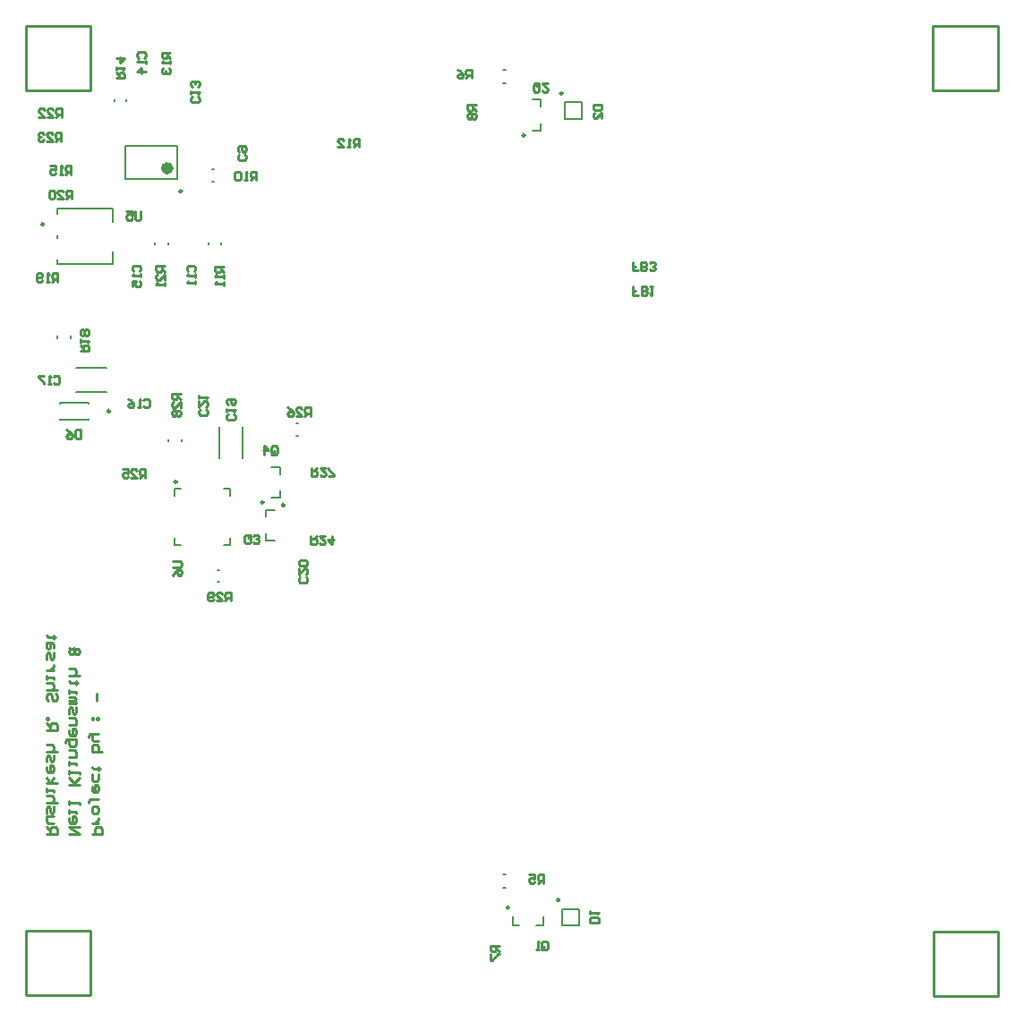
<source format=gbo>
G04*
G04 #@! TF.GenerationSoftware,Altium Limited,Altium Designer,24.10.1 (45)*
G04*
G04 Layer_Color=32896*
%FSLAX44Y44*%
%MOMM*%
G71*
G04*
G04 #@! TF.SameCoordinates,9B87C798-A5EC-4888-A0B9-4BDBECF7F39D*
G04*
G04*
G04 #@! TF.FilePolarity,Positive*
G04*
G01*
G75*
%ADD10C,0.2000*%
%ADD12C,0.2500*%
%ADD14C,0.2540*%
%ADD85C,0.6000*%
D10*
X135946Y711593D02*
Y713593D01*
X123446Y711593D02*
Y713593D01*
X95698Y773722D02*
Y805322D01*
X144698Y773722D02*
Y805322D01*
X95698D02*
X144698D01*
X95698Y773722D02*
X144698D01*
X257141Y530733D02*
X259141D01*
X257141Y542234D02*
X259141D01*
X96556Y847120D02*
Y849120D01*
X85056Y847120D02*
Y849120D01*
X194774Y474206D02*
Y480707D01*
X188274D02*
X194774D01*
Y427707D02*
Y434207D01*
X188274Y427707D02*
X194774D01*
X141774D02*
X148274D01*
X141774D02*
Y434207D01*
Y474206D02*
Y480707D01*
X148274D01*
X480617Y819444D02*
X488767D01*
Y826044D01*
X480617Y848644D02*
X488767D01*
Y842044D02*
Y848644D01*
X508429Y83031D02*
X524428D01*
X508429Y67430D02*
Y83031D01*
X524428Y67430D02*
Y83031D01*
X508429Y67430D02*
X524428D01*
X186548Y711547D02*
Y713547D01*
X174048Y711547D02*
Y713547D01*
X43969Y623164D02*
Y625164D01*
X31469Y623164D02*
Y625164D01*
X136503Y525670D02*
Y527670D01*
X149003Y525670D02*
Y527670D01*
X182801Y392287D02*
X184801D01*
X182801Y403787D02*
X184801D01*
X83752Y692861D02*
Y705361D01*
Y732861D02*
Y745361D01*
X31252D02*
X83752D01*
X31252Y692861D02*
Y697361D01*
Y717861D02*
Y720361D01*
Y740861D02*
Y745361D01*
Y692861D02*
X83752D01*
X177675Y783332D02*
X179674D01*
X177675Y770832D02*
X179674D01*
X511589Y830449D02*
X527589D01*
Y846050D01*
X511589Y830449D02*
Y846050D01*
X527589D01*
X453249Y876700D02*
X455249D01*
X453249Y864199D02*
X455249D01*
X48929Y595082D02*
X77991D01*
X48929Y572520D02*
X77991D01*
X184156Y509706D02*
Y538768D01*
X206718Y509706D02*
Y538768D01*
X34012Y561562D02*
X60511D01*
X34012Y546062D02*
Y546349D01*
Y561274D02*
Y561562D01*
Y546062D02*
X60511D01*
Y546349D01*
Y561274D02*
Y561562D01*
X484484Y67820D02*
X491085D01*
Y75970D01*
X461884Y67820D02*
X468484D01*
X461884D02*
Y75970D01*
X228486Y460761D02*
X236636D01*
X228486Y454161D02*
Y460761D01*
Y431561D02*
X236636D01*
X228486D02*
Y438161D01*
X233500Y472060D02*
X241649D01*
Y478661D01*
X233500Y501260D02*
X241649D01*
Y494660D02*
Y501260D01*
X452966Y115964D02*
X454966D01*
X452966Y103464D02*
X454966D01*
D12*
X148998Y762122D02*
G03*
X148998Y762122I-1250J0D01*
G01*
X144524Y487206D02*
G03*
X144524Y487206I-1250J0D01*
G01*
X473517Y815044D02*
G03*
X473517Y815044I-1250J0D01*
G01*
X506078Y91580D02*
G03*
X506078Y91580I-1250J0D01*
G01*
X18502Y730861D02*
G03*
X18502Y730861I-1250J0D01*
G01*
X509239Y854600D02*
G03*
X509239Y854600I-1250J0D01*
G01*
X81207Y554024D02*
G03*
X81207Y554024I-1250J0D01*
G01*
X458734Y84320D02*
G03*
X458734Y84320I-1250J0D01*
G01*
X246236Y465161D02*
G03*
X246236Y465161I-1250J0D01*
G01*
X226400Y467660D02*
G03*
X226400Y467660I-1250J0D01*
G01*
D14*
X859392Y857374D02*
X920663D01*
X859392Y918753D02*
X920663D01*
Y857374D02*
Y918753D01*
X859392Y857374D02*
Y918753D01*
X1508Y857420D02*
X62780D01*
X1508Y918798D02*
X62780D01*
Y857420D02*
Y918798D01*
X1508Y857420D02*
Y918798D01*
X1358Y1112D02*
X62630D01*
X1358Y62490D02*
X62630D01*
Y1112D02*
Y62490D01*
X1358Y1112D02*
Y62490D01*
X860168Y378D02*
X921440D01*
X860168Y61757D02*
X921440D01*
Y378D02*
Y61757D01*
X860168Y378D02*
Y61757D01*
X63812Y153777D02*
X73809D01*
Y158775D01*
X72143Y160441D01*
X68810D01*
X67144Y158775D01*
Y153777D01*
X70476Y163773D02*
X63812D01*
X67144D01*
X68810Y165440D01*
X70476Y167106D01*
Y168772D01*
X63812Y175436D02*
Y178769D01*
X65478Y180435D01*
X68810D01*
X70476Y178769D01*
Y175436D01*
X68810Y173770D01*
X65478D01*
X63812Y175436D01*
X60480Y183767D02*
Y185433D01*
X62146Y187099D01*
X70476D01*
X63812Y198762D02*
Y195430D01*
X65478Y193764D01*
X68810D01*
X70476Y195430D01*
Y198762D01*
X68810Y200428D01*
X67144D01*
Y193764D01*
X70476Y210425D02*
Y205427D01*
X68810Y203761D01*
X65478D01*
X63812Y205427D01*
Y210425D01*
X72143Y215424D02*
X70476D01*
Y213757D01*
Y217090D01*
Y215424D01*
X65478D01*
X63812Y217090D01*
X73809Y232085D02*
X63812D01*
Y237083D01*
X65478Y238749D01*
X67144D01*
X68810D01*
X70476Y237083D01*
Y232085D01*
Y242082D02*
X65478D01*
X63812Y243748D01*
Y248746D01*
X62146D01*
X60480Y247080D01*
Y245414D01*
X63812Y248746D02*
X70476D01*
Y262075D02*
Y263741D01*
X68810D01*
Y262075D01*
X70476D01*
X65478D02*
Y263741D01*
X63812D01*
Y262075D01*
X65478D01*
X68810Y280403D02*
Y287067D01*
X42387Y153777D02*
X52384D01*
X42387Y160441D01*
X52384D01*
X42387Y168772D02*
Y165440D01*
X44054Y163773D01*
X47386D01*
X49052Y165440D01*
Y168772D01*
X47386Y170438D01*
X45720D01*
Y163773D01*
X42387Y173770D02*
Y177103D01*
Y175436D01*
X49052D01*
Y173770D01*
X42387Y182101D02*
Y185433D01*
Y183767D01*
X52384D01*
Y182101D01*
Y200428D02*
X42387D01*
X45720D01*
X52384Y207093D01*
X47386Y202094D01*
X42387Y207093D01*
Y210425D02*
Y213757D01*
Y212091D01*
X52384D01*
Y210425D01*
X42387Y218756D02*
Y222088D01*
Y220422D01*
X49052D01*
Y218756D01*
X42387Y227086D02*
X49052D01*
Y232085D01*
X47386Y233751D01*
X42387D01*
X39055Y240415D02*
Y242082D01*
X40721Y243748D01*
X49052D01*
Y238749D01*
X47386Y237083D01*
X44054D01*
X42387Y238749D01*
Y243748D01*
Y252078D02*
Y248746D01*
X44054Y247080D01*
X47386D01*
X49052Y248746D01*
Y252078D01*
X47386Y253745D01*
X45720D01*
Y247080D01*
X42387Y257077D02*
X49052D01*
Y262075D01*
X47386Y263741D01*
X42387D01*
Y267073D02*
Y272072D01*
X44054Y273738D01*
X45720Y272072D01*
Y268740D01*
X47386Y267073D01*
X49052Y268740D01*
Y273738D01*
X42387Y277070D02*
X49052D01*
Y278736D01*
X47386Y280403D01*
X42387D01*
X47386D01*
X49052Y282069D01*
X47386Y283735D01*
X42387D01*
Y287067D02*
Y290399D01*
Y288733D01*
X49052D01*
Y287067D01*
X50718Y297064D02*
X49052D01*
Y295398D01*
Y298730D01*
Y297064D01*
X44054D01*
X42387Y298730D01*
X52384Y303728D02*
X42387D01*
X47386D01*
X49052Y305394D01*
Y308727D01*
X47386Y310393D01*
X42387D01*
Y330386D02*
X44054Y328720D01*
X42387Y327054D01*
Y325388D01*
X44054Y323722D01*
X45720D01*
X47386Y325388D01*
X49052Y323722D01*
X50718D01*
X52384Y325388D01*
Y327054D01*
X50718Y328720D01*
X49052D01*
X47386Y327054D01*
X45720Y328720D01*
X44054D01*
X47386Y330386D02*
X45720Y328720D01*
X47386Y325388D02*
Y327054D01*
X20963Y153777D02*
X30960D01*
Y158775D01*
X29294Y160441D01*
X25961D01*
X24295Y158775D01*
Y153777D01*
Y157109D02*
X20963Y160441D01*
X27628Y163773D02*
X22629D01*
X20963Y165440D01*
Y170438D01*
X27628D01*
X20963Y173770D02*
Y178769D01*
X22629Y180435D01*
X24295Y178769D01*
Y175436D01*
X25961Y173770D01*
X27628Y175436D01*
Y180435D01*
X30960Y183767D02*
X20963D01*
X25961D01*
X27628Y185433D01*
Y188766D01*
X25961Y190432D01*
X20963D01*
Y193764D02*
Y197096D01*
Y195430D01*
X27628D01*
Y193764D01*
X20963Y202094D02*
X30960D01*
X24295D02*
X27628Y207093D01*
X24295Y202094D02*
X20963Y207093D01*
Y217090D02*
Y213757D01*
X22629Y212091D01*
X25961D01*
X27628Y213757D01*
Y217090D01*
X25961Y218756D01*
X24295D01*
Y212091D01*
X20963Y222088D02*
Y227086D01*
X22629Y228753D01*
X24295Y227086D01*
Y223754D01*
X25961Y222088D01*
X27628Y223754D01*
Y228753D01*
X30960Y232085D02*
X20963D01*
X25961D01*
X27628Y233751D01*
Y237083D01*
X25961Y238749D01*
X20963D01*
Y252078D02*
X30960D01*
Y257077D01*
X29294Y258743D01*
X25961D01*
X24295Y257077D01*
Y252078D01*
Y255411D02*
X20963Y258743D01*
Y262075D02*
X22629D01*
Y263741D01*
X20963D01*
Y262075D01*
X29294Y287067D02*
X30960Y285401D01*
Y282069D01*
X29294Y280403D01*
X27628D01*
X25961Y282069D01*
Y285401D01*
X24295Y287067D01*
X22629D01*
X20963Y285401D01*
Y282069D01*
X22629Y280403D01*
X30960Y290399D02*
X20963D01*
X25961D01*
X27628Y292066D01*
Y295398D01*
X25961Y297064D01*
X20963D01*
Y300396D02*
Y303728D01*
Y302062D01*
X27628D01*
Y300396D01*
Y308727D02*
X20963D01*
X24295D01*
X25961Y310393D01*
X27628Y312059D01*
Y313725D01*
X20963Y318724D02*
Y323722D01*
X22629Y325388D01*
X24295Y323722D01*
Y320390D01*
X25961Y318724D01*
X27628Y320390D01*
Y325388D01*
Y330387D02*
Y333719D01*
X25961Y335385D01*
X20963D01*
Y330387D01*
X22629Y328720D01*
X24295Y330387D01*
Y335385D01*
X29294Y340383D02*
X27628D01*
Y338717D01*
Y342049D01*
Y340383D01*
X22629D01*
X20963Y342049D01*
X580654Y687059D02*
X575322D01*
Y691057D01*
X577988D01*
X575322D01*
Y695056D01*
X583320Y687059D02*
Y695056D01*
X587318D01*
X588651Y693723D01*
Y692390D01*
X587318Y691057D01*
X583320D01*
X587318D01*
X588651Y689725D01*
Y688392D01*
X587318Y687059D01*
X583320D01*
X591317Y688392D02*
X592650Y687059D01*
X595316D01*
X596648Y688392D01*
Y689725D01*
X595316Y691057D01*
X593983D01*
X595316D01*
X596648Y692390D01*
Y693723D01*
X595316Y695056D01*
X592650D01*
X591317Y693723D01*
X581103Y663903D02*
X575772D01*
Y667901D01*
X578438D01*
X575772D01*
Y671900D01*
X583769Y663903D02*
Y671900D01*
X587768D01*
X589101Y670567D01*
Y669234D01*
X587768Y667901D01*
X583769D01*
X587768D01*
X589101Y666569D01*
Y665236D01*
X587768Y663903D01*
X583769D01*
X591767Y671900D02*
X594432D01*
X593100D01*
Y663903D01*
X591767Y665236D01*
X140761Y411831D02*
X147426D01*
X148759Y410498D01*
Y407832D01*
X147426Y406499D01*
X140761D01*
Y398502D02*
X142094Y401168D01*
X144760Y403834D01*
X147426D01*
X148759Y402501D01*
Y399835D01*
X147426Y398502D01*
X146093D01*
X144760Y399835D01*
Y403834D01*
X110108Y742916D02*
Y736251D01*
X108775Y734918D01*
X106109D01*
X104776Y736251D01*
Y742916D01*
X96779D02*
X102110D01*
Y738917D01*
X99445Y740250D01*
X98111D01*
X96779Y738917D01*
Y736251D01*
X98111Y734918D01*
X100777D01*
X102110Y736251D01*
X195114Y374461D02*
Y382458D01*
X191115D01*
X189783Y381125D01*
Y378460D01*
X191115Y377127D01*
X195114D01*
X192449D02*
X189783Y374461D01*
X181785D02*
X187117D01*
X181785Y379792D01*
Y381125D01*
X183118Y382458D01*
X185784D01*
X187117Y381125D01*
X179119Y375794D02*
X177787Y374461D01*
X175121D01*
X173788Y375794D01*
Y381125D01*
X175121Y382458D01*
X177787D01*
X179119Y381125D01*
Y379792D01*
X177787Y378460D01*
X173788D01*
X147713Y570538D02*
X139716D01*
Y566539D01*
X141049Y565206D01*
X143715D01*
X145048Y566539D01*
Y570538D01*
Y567872D02*
X147713Y565206D01*
Y557209D02*
Y562540D01*
X142382Y557209D01*
X141049D01*
X139716Y558542D01*
Y561207D01*
X141049Y562540D01*
Y554543D02*
X139716Y553210D01*
Y550544D01*
X141049Y549211D01*
X142382D01*
X143715Y550544D01*
X145048Y549211D01*
X146381D01*
X147713Y550544D01*
Y553210D01*
X146381Y554543D01*
X145048D01*
X143715Y553210D01*
X142382Y554543D01*
X141049D01*
X143715Y553210D02*
Y550544D01*
X271782Y500351D02*
Y492353D01*
X275781D01*
X277114Y493686D01*
Y496352D01*
X275781Y497685D01*
X271782D01*
X274448D02*
X277114Y500351D01*
X285112D02*
X279780D01*
X285112Y495019D01*
Y493686D01*
X283779Y492353D01*
X281113D01*
X279780Y493686D01*
X287777Y492353D02*
X293109D01*
Y493686D01*
X287777Y499018D01*
Y500351D01*
X270394Y549378D02*
Y557375D01*
X266395D01*
X265062Y556042D01*
Y553376D01*
X266395Y552043D01*
X270394D01*
X267728D02*
X265062Y549378D01*
X257065D02*
X262396D01*
X257065Y554709D01*
Y556042D01*
X258398Y557375D01*
X261063D01*
X262396Y556042D01*
X249067Y557375D02*
X251733Y556042D01*
X254399Y553376D01*
Y550710D01*
X253066Y549378D01*
X250400D01*
X249067Y550710D01*
Y552043D01*
X250400Y553376D01*
X254399D01*
X114353Y490937D02*
Y498935D01*
X110354D01*
X109022Y497602D01*
Y494936D01*
X110354Y493603D01*
X114353D01*
X111687D02*
X109022Y490937D01*
X101024D02*
X106356D01*
X101024Y496269D01*
Y497602D01*
X102357Y498935D01*
X105023D01*
X106356Y497602D01*
X93027Y498935D02*
X98358D01*
Y494936D01*
X95693Y496269D01*
X94360D01*
X93027Y494936D01*
Y492270D01*
X94360Y490937D01*
X97025D01*
X98358Y492270D01*
X271202Y436102D02*
Y428104D01*
X275201D01*
X276534Y429437D01*
Y432103D01*
X275201Y433436D01*
X271202D01*
X273868D02*
X276534Y436102D01*
X284531D02*
X279200D01*
X284531Y430770D01*
Y429437D01*
X283199Y428104D01*
X280533D01*
X279200Y429437D01*
X291196Y436102D02*
Y428104D01*
X287197Y432103D01*
X292529D01*
X34545Y809479D02*
Y817477D01*
X30546D01*
X29213Y816144D01*
Y813478D01*
X30546Y812145D01*
X34545D01*
X31879D02*
X29213Y809479D01*
X21216D02*
X26548D01*
X21216Y814811D01*
Y816144D01*
X22549Y817477D01*
X25215D01*
X26548Y816144D01*
X18550D02*
X17217Y817477D01*
X14551D01*
X13218Y816144D01*
Y814811D01*
X14551Y813478D01*
X15884D01*
X14551D01*
X13218Y812145D01*
Y810812D01*
X14551Y809479D01*
X17217D01*
X18550Y810812D01*
X35146Y832174D02*
Y840171D01*
X31147D01*
X29815Y838838D01*
Y836172D01*
X31147Y834839D01*
X35146D01*
X32480D02*
X29815Y832174D01*
X21817D02*
X27149D01*
X21817Y837505D01*
Y838838D01*
X23150Y840171D01*
X25816D01*
X27149Y838838D01*
X13820Y832174D02*
X19151D01*
X13820Y837505D01*
Y838838D01*
X15152Y840171D01*
X17818D01*
X19151Y838838D01*
X132701Y691334D02*
X124704D01*
Y687336D01*
X126037Y686003D01*
X128703D01*
X130036Y687336D01*
Y691334D01*
Y688669D02*
X132701Y686003D01*
Y678005D02*
Y683337D01*
X127370Y678005D01*
X126037D01*
X124704Y679338D01*
Y682004D01*
X126037Y683337D01*
X132701Y675340D02*
Y672674D01*
Y674007D01*
X124704D01*
X126037Y675340D01*
X44815Y755019D02*
Y763017D01*
X40816D01*
X39483Y761684D01*
Y759018D01*
X40816Y757685D01*
X44815D01*
X42149D02*
X39483Y755019D01*
X31486D02*
X36818D01*
X31486Y760351D01*
Y761684D01*
X32819Y763017D01*
X35485D01*
X36818Y761684D01*
X28820D02*
X27487Y763017D01*
X24822D01*
X23489Y761684D01*
Y756352D01*
X24822Y755019D01*
X27487D01*
X28820Y756352D01*
Y761684D01*
X31581Y676319D02*
Y684317D01*
X27582D01*
X26249Y682984D01*
Y680318D01*
X27582Y678985D01*
X31581D01*
X28915D02*
X26249Y676319D01*
X23583D02*
X20917D01*
X22250D01*
Y684317D01*
X23583Y682984D01*
X16919Y677652D02*
X15586Y676319D01*
X12920D01*
X11587Y677652D01*
Y682984D01*
X12920Y684317D01*
X15586D01*
X16919Y682984D01*
Y681651D01*
X15586Y680318D01*
X11587D01*
X52996Y611058D02*
X60994D01*
Y615057D01*
X59661Y616390D01*
X56995D01*
X55662Y615057D01*
Y611058D01*
Y613724D02*
X52996Y616390D01*
Y619056D02*
Y621722D01*
Y620389D01*
X60994D01*
X59661Y619056D01*
Y625720D02*
X60994Y627053D01*
Y629719D01*
X59661Y631052D01*
X58328D01*
X56995Y629719D01*
X55662Y631052D01*
X54329D01*
X52996Y629719D01*
Y627053D01*
X54329Y625720D01*
X55662D01*
X56995Y627053D01*
X58328Y625720D01*
X59661D01*
X56995Y627053D02*
Y629719D01*
X44243Y778018D02*
Y786016D01*
X40244D01*
X38911Y784683D01*
Y782017D01*
X40244Y780684D01*
X44243D01*
X41577D02*
X38911Y778018D01*
X36246D02*
X33580D01*
X34913D01*
Y786016D01*
X36246Y784683D01*
X24249Y786016D02*
X29581D01*
Y782017D01*
X26915Y783350D01*
X25582D01*
X24249Y782017D01*
Y779351D01*
X25582Y778018D01*
X28248D01*
X29581Y779351D01*
X86685Y869116D02*
X94682D01*
Y873115D01*
X93350Y874448D01*
X90684D01*
X89351Y873115D01*
Y869116D01*
Y871782D02*
X86685Y874448D01*
Y877114D02*
Y879780D01*
Y878447D01*
X94682D01*
X93350Y877114D01*
X86685Y887777D02*
X94682D01*
X90684Y883778D01*
Y889110D01*
X138030Y893208D02*
X130033D01*
Y889209D01*
X131366Y887876D01*
X134031D01*
X135364Y889209D01*
Y893208D01*
Y890542D02*
X138030Y887876D01*
Y885210D02*
Y882544D01*
Y883877D01*
X130033D01*
X131366Y885210D01*
Y878546D02*
X130033Y877213D01*
Y874547D01*
X131366Y873214D01*
X132699D01*
X134031Y874547D01*
Y875880D01*
Y874547D01*
X135364Y873214D01*
X136697D01*
X138030Y874547D01*
Y877213D01*
X136697Y878546D01*
X316402Y803793D02*
Y811791D01*
X312404D01*
X311071Y810458D01*
Y807792D01*
X312404Y806459D01*
X316402D01*
X313737D02*
X311071Y803793D01*
X308405D02*
X305739D01*
X307072D01*
Y811791D01*
X308405Y810458D01*
X296409Y803793D02*
X301740D01*
X296409Y809125D01*
Y810458D01*
X297742Y811791D01*
X300408D01*
X301740Y810458D01*
X188593Y690619D02*
X180595D01*
Y686620D01*
X181928Y685287D01*
X184594D01*
X185927Y686620D01*
Y690619D01*
Y687953D02*
X188593Y685287D01*
Y682622D02*
Y679956D01*
Y681289D01*
X180595D01*
X181928Y682622D01*
X188593Y675957D02*
Y673291D01*
Y674624D01*
X180595D01*
X181928Y675957D01*
X219009Y772548D02*
Y780545D01*
X215011D01*
X213678Y779212D01*
Y776546D01*
X215011Y775213D01*
X219009D01*
X216344D02*
X213678Y772548D01*
X211012D02*
X208346D01*
X209679D01*
Y780545D01*
X211012Y779212D01*
X204347D02*
X203015Y780545D01*
X200349D01*
X199016Y779212D01*
Y773880D01*
X200349Y772548D01*
X203015D01*
X204347Y773880D01*
Y779212D01*
X427120Y843641D02*
X419123D01*
Y839643D01*
X420456Y838310D01*
X423122D01*
X424455Y839643D01*
Y843641D01*
Y840975D02*
X427120Y838310D01*
X420456Y835644D02*
X419123Y834311D01*
Y831645D01*
X420456Y830312D01*
X421789D01*
X423122Y831645D01*
X424455Y830312D01*
X425788D01*
X427120Y831645D01*
Y834311D01*
X425788Y835644D01*
X424455D01*
X423122Y834311D01*
X421789Y835644D01*
X420456D01*
X423122Y834311D02*
Y831645D01*
X449043Y48005D02*
X441045D01*
Y44006D01*
X442378Y42674D01*
X445044D01*
X446377Y44006D01*
Y48005D01*
Y45339D02*
X449043Y42674D01*
X441045Y40008D02*
Y34676D01*
X442378D01*
X447710Y40008D01*
X449043D01*
X422964Y869117D02*
Y877115D01*
X418965D01*
X417632Y875782D01*
Y873116D01*
X418965Y871783D01*
X422964D01*
X420298D02*
X417632Y869117D01*
X409635Y877115D02*
X412300Y875782D01*
X414966Y873116D01*
Y870450D01*
X413633Y869117D01*
X410968D01*
X409635Y870450D01*
Y871783D01*
X410968Y873116D01*
X414966D01*
X490854Y107366D02*
Y115363D01*
X486856D01*
X485523Y114031D01*
Y111365D01*
X486856Y110032D01*
X490854D01*
X488189D02*
X485523Y107366D01*
X477525Y115363D02*
X482857D01*
Y111365D01*
X480191Y112697D01*
X478858D01*
X477525Y111365D01*
Y108699D01*
X478858Y107366D01*
X481524D01*
X482857Y108699D01*
X233867Y514531D02*
Y519863D01*
X235200Y521195D01*
X237865D01*
X239198Y519863D01*
Y514531D01*
X237865Y513198D01*
X235200D01*
X236532Y515864D02*
X233867Y513198D01*
X235200D02*
X233867Y514531D01*
X227202Y513198D02*
Y521195D01*
X231201Y517197D01*
X225869D01*
X213792Y435618D02*
Y430287D01*
X212459Y428954D01*
X209793D01*
X208460Y430287D01*
Y435618D01*
X209793Y436951D01*
X212459D01*
X211126Y434285D02*
X213792Y436951D01*
X212459D02*
X213792Y435618D01*
X216458Y430287D02*
X217791Y428954D01*
X220457D01*
X221789Y430287D01*
Y431619D01*
X220457Y432952D01*
X219124D01*
X220457D01*
X221789Y434285D01*
Y435618D01*
X220457Y436951D01*
X217791D01*
X216458Y435618D01*
X487085Y862658D02*
Y857326D01*
X485752Y855993D01*
X483086D01*
X481753Y857326D01*
Y862658D01*
X483086Y863991D01*
X485752D01*
X484419Y861325D02*
X487085Y863991D01*
X485752D02*
X487085Y862658D01*
X495082Y863991D02*
X489750D01*
X495082Y858659D01*
Y857326D01*
X493749Y855993D01*
X491083D01*
X489750Y857326D01*
X489469Y45927D02*
Y51259D01*
X490802Y52592D01*
X493468D01*
X494801Y51259D01*
Y45927D01*
X493468Y44594D01*
X490802D01*
X492135Y47260D02*
X489469Y44594D01*
X490802D02*
X489469Y45927D01*
X486803Y44594D02*
X484138D01*
X485471D01*
Y52592D01*
X486803Y51259D01*
X53223Y536326D02*
Y528328D01*
X49225D01*
X47892Y529661D01*
Y534993D01*
X49225Y536326D01*
X53223D01*
X39894D02*
X42560Y534993D01*
X45226Y532327D01*
Y529661D01*
X43893Y528328D01*
X41227D01*
X39894Y529661D01*
Y530994D01*
X41227Y532327D01*
X45226D01*
X538289Y844273D02*
X546286D01*
Y840274D01*
X544953Y838941D01*
X539622D01*
X538289Y840274D01*
Y844273D01*
X546286Y830944D02*
Y836275D01*
X540955Y830944D01*
X539622D01*
X538289Y832277D01*
Y834942D01*
X539622Y836275D01*
X543064Y70151D02*
X535066D01*
Y74149D01*
X536399Y75482D01*
X541731D01*
X543064Y74149D01*
Y70151D01*
X535066Y78148D02*
Y80814D01*
Y79481D01*
X543064D01*
X541731Y78148D01*
X198074Y551052D02*
X199406Y549719D01*
Y547053D01*
X198074Y545720D01*
X192742D01*
X191409Y547053D01*
Y549719D01*
X192742Y551052D01*
X191409Y553717D02*
Y556383D01*
Y555050D01*
X199406D01*
X198074Y553717D01*
X192742Y560382D02*
X191409Y561715D01*
Y564381D01*
X192742Y565714D01*
X198074D01*
X199406Y564381D01*
Y561715D01*
X198074Y560382D01*
X196741D01*
X195408Y561715D01*
Y565714D01*
X266300Y396939D02*
X267633Y395606D01*
Y392940D01*
X266300Y391607D01*
X260968D01*
X259635Y392940D01*
Y395606D01*
X260968Y396939D01*
X259635Y404936D02*
Y399604D01*
X264967Y404936D01*
X266300D01*
X267633Y403603D01*
Y400937D01*
X266300Y399604D01*
Y407602D02*
X267633Y408935D01*
Y411601D01*
X266300Y412934D01*
X260968D01*
X259635Y411601D01*
Y408935D01*
X260968Y407602D01*
X266300D01*
X171716Y555404D02*
X173049Y554071D01*
Y551405D01*
X171716Y550072D01*
X166384D01*
X165051Y551405D01*
Y554071D01*
X166384Y555404D01*
X165051Y563401D02*
Y558070D01*
X170383Y563401D01*
X171716D01*
X173049Y562068D01*
Y559403D01*
X171716Y558070D01*
X165051Y566067D02*
Y568733D01*
Y567400D01*
X173049D01*
X171716Y566067D01*
X27736Y586166D02*
X29069Y587499D01*
X31735D01*
X33068Y586166D01*
Y580835D01*
X31735Y579502D01*
X29069D01*
X27736Y580835D01*
X25070Y579502D02*
X22404D01*
X23737D01*
Y587499D01*
X25070Y586166D01*
X18406Y587499D02*
X13074D01*
Y586166D01*
X18406Y580835D01*
Y579502D01*
X112703Y564122D02*
X114036Y565455D01*
X116702D01*
X118035Y564122D01*
Y558790D01*
X116702Y557457D01*
X114036D01*
X112703Y558790D01*
X110037Y557457D02*
X107372D01*
X108705D01*
Y565455D01*
X110037Y564122D01*
X98041Y565455D02*
X100707Y564122D01*
X103373Y561456D01*
Y558790D01*
X102040Y557457D01*
X99374D01*
X98041Y558790D01*
Y560123D01*
X99374Y561456D01*
X103373D01*
X103457Y686421D02*
X102124Y687754D01*
Y690420D01*
X103457Y691753D01*
X108789D01*
X110122Y690420D01*
Y687754D01*
X108789Y686421D01*
X110122Y683755D02*
Y681089D01*
Y682422D01*
X102124D01*
X103457Y683755D01*
X102124Y671759D02*
Y677091D01*
X106123D01*
X104790Y674425D01*
Y673092D01*
X106123Y671759D01*
X108789D01*
X110122Y673092D01*
Y675758D01*
X108789Y677091D01*
X107979Y888223D02*
X106646Y889556D01*
Y892222D01*
X107979Y893555D01*
X113310D01*
X114643Y892222D01*
Y889556D01*
X113310Y888223D01*
X114643Y885557D02*
Y882891D01*
Y884224D01*
X106646D01*
X107979Y885557D01*
X114643Y874894D02*
X106646D01*
X110644Y878893D01*
Y873561D01*
X164400Y851499D02*
X165733Y850166D01*
Y847500D01*
X164400Y846167D01*
X159068D01*
X157736Y847500D01*
Y850166D01*
X159068Y851499D01*
X157736Y854165D02*
Y856830D01*
Y855498D01*
X165733D01*
X164400Y854165D01*
Y860829D02*
X165733Y862162D01*
Y864828D01*
X164400Y866161D01*
X163067D01*
X161734Y864828D01*
Y863495D01*
Y864828D01*
X160401Y866161D01*
X159068D01*
X157736Y864828D01*
Y862162D01*
X159068Y860829D01*
X155195Y686209D02*
X153863Y687542D01*
Y690208D01*
X155195Y691541D01*
X160527D01*
X161860Y690208D01*
Y687542D01*
X160527Y686209D01*
X161860Y683543D02*
Y680878D01*
Y682210D01*
X153863D01*
X155195Y683543D01*
X161860Y676879D02*
Y674213D01*
Y675546D01*
X153863D01*
X155195Y676879D01*
X208496Y796777D02*
X209829Y795444D01*
Y792778D01*
X208496Y791446D01*
X203164D01*
X201831Y792778D01*
Y795444D01*
X203164Y796777D01*
Y799443D02*
X201831Y800776D01*
Y803442D01*
X203164Y804775D01*
X208496D01*
X209829Y803442D01*
Y800776D01*
X208496Y799443D01*
X207163D01*
X205830Y800776D01*
Y804775D01*
D85*
X138198Y783772D02*
G03*
X138198Y783772I-3000J0D01*
G01*
M02*

</source>
